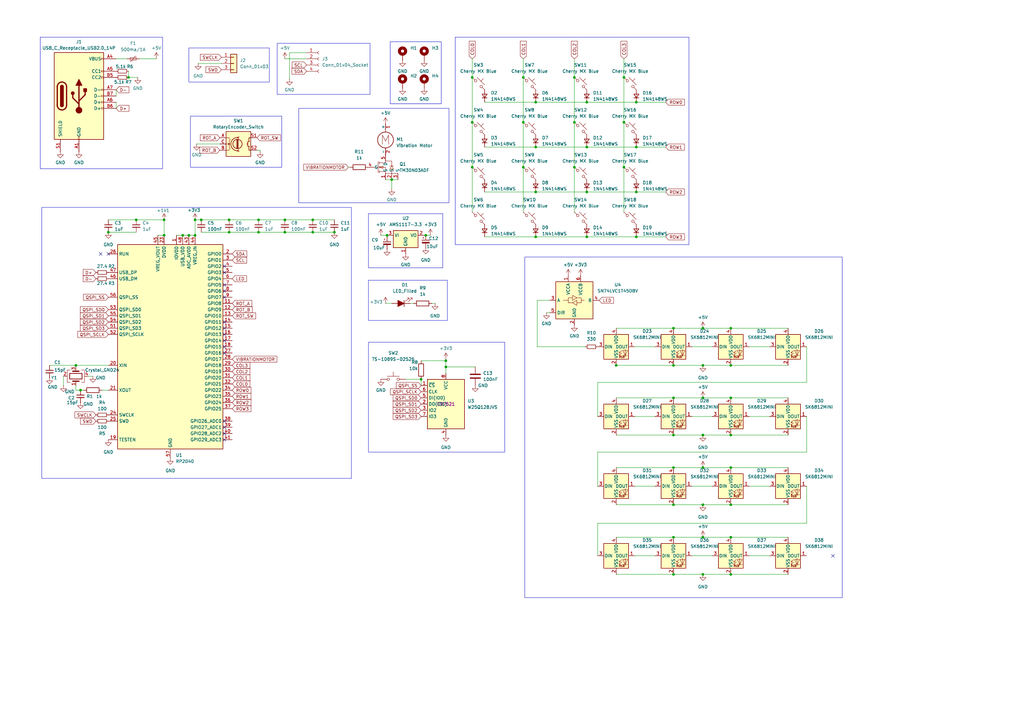
<source format=kicad_sch>
(kicad_sch (version 20250114) (generator "eeschema") (generator_version "9.0")
  (paper "A3")
  (rectangle (start 215.265 105.41) (end 345.44 245.11))
  (rectangle (start 17.145 85.09) (end 144.145 196.215))
  (rectangle (start 151.13 87.63) (end 181.61 109.855))
  (rectangle (start 16.51 15.24) (end 66.675 69.215))
  (rectangle (start 78.105 47.625) (end 115.57 68.58))
  (rectangle (start 122.555 44.45) (end 184.15 83.185))
  (rectangle (start 77.47 19.685) (end 110.49 33.655))
  (rectangle (start 186.69 15.24) (end 282.575 100.33))
  (rectangle (start 113.665 17.78) (end 151.765 38.735))
  (rectangle (start 151.13 140.335) (end 207.01 185.42))
  (rectangle (start 160.02 17.145) (end 180.975 42.545))
  (rectangle (start 151.13 114.935) (end 183.515 131.445))
  (text "3" (at 212.9808 412.6193 0) (effects (font (size 1.27 1.27))))
  (junction (at 288.29 163.195))
  (junction (at 67.31 96.52))
  (junction (at 33.02 160.02))
  (junction (at 193.675 50.165))
  (junction (at 276.225 191.77))
  (junction (at 299.72 134.62))
  (junction (at 80.01 96.52))
  (junction (at 182.88 147.955))
  (junction (at 288.29 149.86))
  (junction (at 82.55 90.17))
  (junction (at 276.225 220.345))
  (junction (at 240.665 41.91))
  (junction (at 240.665 78.74))
  (junction (at 106.045 95.25))
  (junction (at 299.72 235.585))
  (junction (at 260.985 60.325))
  (junction (at 276.225 149.86))
  (junction (at 240.665 60.325))
  (junction (at 55.88 90.17))
  (junction (at 240.665 97.155))
  (junction (at 276.225 134.62))
  (junction (at 182.88 150.495))
  (junction (at 44.45 95.25))
  (junction (at 214.63 31.75))
  (junction (at 93.98 95.25))
  (junction (at 288.29 207.01))
  (junction (at 288.29 134.62))
  (junction (at 31.115 149.86))
  (junction (at 299.72 220.345))
  (junction (at 219.71 41.91))
  (junction (at 299.72 191.77))
  (junction (at 219.71 97.155))
  (junction (at 235.585 68.58))
  (junction (at 276.225 178.435))
  (junction (at 299.72 149.86))
  (junction (at 235.585 50.165))
  (junction (at 235.585 31.75))
  (junction (at 255.905 31.75))
  (junction (at 193.675 68.58))
  (junction (at 80.01 90.17))
  (junction (at 77.47 96.52))
  (junction (at 288.29 191.77))
  (junction (at 276.225 163.195))
  (junction (at 219.71 60.325))
  (junction (at 252.73 149.86))
  (junction (at 174.625 96.52))
  (junction (at 276.225 235.585))
  (junction (at 260.985 97.155))
  (junction (at 158.75 96.52))
  (junction (at 93.98 90.17))
  (junction (at 52.705 31.75))
  (junction (at 67.31 90.17))
  (junction (at 288.29 235.585))
  (junction (at 116.84 90.17))
  (junction (at 219.71 78.74))
  (junction (at 288.29 178.435))
  (junction (at 276.225 207.01))
  (junction (at 172.72 155.575))
  (junction (at 260.985 78.74))
  (junction (at 116.84 95.25))
  (junction (at 214.63 50.165))
  (junction (at 74.93 96.52))
  (junction (at 160.655 73.66))
  (junction (at 260.985 41.91))
  (junction (at 214.63 68.58))
  (junction (at 299.72 207.01))
  (junction (at 106.045 90.17))
  (junction (at 255.905 50.165))
  (junction (at 128.27 95.25))
  (junction (at 193.675 31.75))
  (junction (at 128.27 90.17))
  (junction (at 299.72 178.435))
  (junction (at 255.905 68.58))
  (junction (at 288.29 220.345))
  (junction (at 137.16 95.25))
  (junction (at 299.72 163.195))
  (no_connect (at 92.075 139.7))
  (no_connect (at 92.075 109.22))
  (no_connect (at 92.075 172.72))
  (no_connect (at 92.075 142.24))
  (no_connect (at 92.075 132.08))
  (no_connect (at 44.45 104.14))
  (no_connect (at 92.075 121.92))
  (no_connect (at 92.075 119.38))
  (no_connect (at 92.075 175.26))
  (no_connect (at 92.075 111.76))
  (no_connect (at 92.075 116.84))
  (no_connect (at 92.075 180.34))
  (no_connect (at 92.075 144.78))
  (no_connect (at 41.275 104.14))
  (no_connect (at 92.075 137.16))
  (no_connect (at 92.075 134.62))
  (no_connect (at 92.075 177.8))
  (no_connect (at 341.63 227.965))
  (wire (pts (xy 128.27 95.25) (xy 137.16 95.25)))
  (wire (pts (xy 93.98 90.17) (xy 106.045 90.17)))
  (wire (pts (xy 252.095 149.86) (xy 252.73 149.86)))
  (wire (pts (xy 67.31 90.17) (xy 67.31 96.52)))
  (wire (pts (xy 169.545 124.46) (xy 168.275 124.46)))
  (wire (pts (xy 299.72 220.345) (xy 323.215 220.345)))
  (wire (pts (xy 330.835 142.24) (xy 330.835 156.845)))
  (wire (pts (xy 260.35 170.815) (xy 268.605 170.815)))
  (wire (pts (xy 128.27 90.17) (xy 137.16 90.17)))
  (wire (pts (xy 260.985 41.91) (xy 273.05 41.91)))
  (wire (pts (xy 182.88 150.495) (xy 182.88 153.035)))
  (wire (pts (xy 220.345 123.19) (xy 220.345 142.24)))
  (wire (pts (xy 276.225 235.585) (xy 288.29 235.585)))
  (wire (pts (xy 240.665 97.155) (xy 260.985 97.155)))
  (wire (pts (xy 198.755 60.325) (xy 219.71 60.325)))
  (wire (pts (xy 288.29 178.435) (xy 299.72 178.435)))
  (wire (pts (xy 315.595 142.24) (xy 307.34 142.24)))
  (wire (pts (xy 283.845 142.24) (xy 292.1 142.24)))
  (wire (pts (xy 72.39 96.52) (xy 74.93 96.52)))
  (wire (pts (xy 182.88 147.32) (xy 182.88 147.955)))
  (wire (pts (xy 276.225 163.195) (xy 288.29 163.195)))
  (wire (pts (xy 151.13 68.58) (xy 150.495 68.58)))
  (wire (pts (xy 276.225 178.435) (xy 288.29 178.435)))
  (wire (pts (xy 288.29 207.01) (xy 299.72 207.01)))
  (wire (pts (xy 219.71 97.155) (xy 240.665 97.155)))
  (wire (pts (xy 240.665 60.325) (xy 260.985 60.325)))
  (wire (pts (xy 41.91 160.02) (xy 44.45 160.02)))
  (wire (pts (xy 260.35 227.965) (xy 268.605 227.965)))
  (wire (pts (xy 299.72 191.77) (xy 323.215 191.77)))
  (wire (pts (xy 106.045 90.17) (xy 116.84 90.17)))
  (wire (pts (xy 74.93 96.52) (xy 77.47 96.52)))
  (wire (pts (xy 38.1 154.305) (xy 36.195 154.305)))
  (wire (pts (xy 172.72 147.955) (xy 182.88 147.955)))
  (wire (pts (xy 116.84 95.25) (xy 128.27 95.25)))
  (wire (pts (xy 31.115 149.86) (xy 44.45 149.86)))
  (wire (pts (xy 198.755 97.155) (xy 219.71 97.155)))
  (wire (pts (xy 299.72 163.195) (xy 323.215 163.195)))
  (wire (pts (xy 64.77 97.79) (xy 64.77 99.06)))
  (wire (pts (xy 288.29 134.62) (xy 299.72 134.62)))
  (wire (pts (xy 193.675 31.75) (xy 193.675 50.165)))
  (wire (pts (xy 260.985 60.325) (xy 273.05 60.325)))
  (wire (pts (xy 283.845 199.39) (xy 292.1 199.39)))
  (wire (pts (xy 158.115 73.66) (xy 160.655 73.66)))
  (wire (pts (xy 33.02 160.02) (xy 34.29 160.02)))
  (wire (pts (xy 245.11 214.63) (xy 245.11 227.965)))
  (wire (pts (xy 174.625 96.52) (xy 173.99 96.52)))
  (wire (pts (xy 235.585 68.58) (xy 235.585 86.995)))
  (wire (pts (xy 219.71 60.325) (xy 240.665 60.325)))
  (wire (pts (xy 252.73 134.62) (xy 276.225 134.62)))
  (wire (pts (xy 276.225 149.86) (xy 288.29 149.86)))
  (wire (pts (xy 235.585 31.75) (xy 235.585 50.165)))
  (wire (pts (xy 31.115 158.115) (xy 31.115 160.02)))
  (wire (pts (xy 116.84 24.13) (xy 125.73 24.13)))
  (wire (pts (xy 288.29 163.195) (xy 299.72 163.195)))
  (wire (pts (xy 81.28 26.035) (xy 90.805 26.035)))
  (wire (pts (xy 44.45 95.25) (xy 55.88 95.25)))
  (wire (pts (xy 143.51 68.58) (xy 142.875 68.58)))
  (wire (pts (xy 118.745 21.59) (xy 125.73 21.59)))
  (wire (pts (xy 276.225 207.01) (xy 288.29 207.01)))
  (wire (pts (xy 64.77 96.52) (xy 67.31 96.52)))
  (wire (pts (xy 160.655 77.47) (xy 160.655 73.66)))
  (wire (pts (xy 315.595 227.965) (xy 307.34 227.965)))
  (wire (pts (xy 44.45 90.17) (xy 55.88 90.17)))
  (wire (pts (xy 299.72 235.585) (xy 323.215 235.585)))
  (wire (pts (xy 252.73 235.585) (xy 276.225 235.585)))
  (wire (pts (xy 82.55 95.25) (xy 93.98 95.25)))
  (wire (pts (xy 80.645 59.055) (xy 90.17 59.055)))
  (wire (pts (xy 330.835 214.63) (xy 245.11 214.63)))
  (wire (pts (xy 299.72 149.86) (xy 323.215 149.86)))
  (wire (pts (xy 193.675 24.13) (xy 193.675 31.75)))
  (wire (pts (xy 260.35 142.24) (xy 268.605 142.24)))
  (wire (pts (xy 214.63 50.165) (xy 214.63 68.58)))
  (wire (pts (xy 283.845 227.965) (xy 292.1 227.965)))
  (wire (pts (xy 176.53 96.52) (xy 174.625 96.52)))
  (wire (pts (xy 283.845 170.815) (xy 292.1 170.815)))
  (wire (pts (xy 118.745 32.385) (xy 118.745 21.59)))
  (wire (pts (xy 106.045 95.25) (xy 116.84 95.25)))
  (wire (pts (xy 330.835 170.815) (xy 330.835 185.42)))
  (wire (pts (xy 52.705 29.21) (xy 52.705 31.75)))
  (wire (pts (xy 80.01 90.17) (xy 82.55 90.17)))
  (wire (pts (xy 214.63 68.58) (xy 214.63 86.995)))
  (wire (pts (xy 214.63 24.13) (xy 214.63 31.75)))
  (wire (pts (xy 225.425 123.19) (xy 220.345 123.19)))
  (wire (pts (xy 245.11 156.845) (xy 245.11 170.815)))
  (wire (pts (xy 158.75 97.155) (xy 158.75 96.52)))
  (wire (pts (xy 255.905 24.13) (xy 255.905 31.75)))
  (wire (pts (xy 31.115 150.495) (xy 31.115 149.86)))
  (wire (pts (xy 93.98 95.25) (xy 106.045 95.25)))
  (wire (pts (xy 219.71 78.74) (xy 240.665 78.74)))
  (wire (pts (xy 245.11 185.42) (xy 245.11 199.39)))
  (wire (pts (xy 240.665 78.74) (xy 260.985 78.74)))
  (wire (pts (xy 166.37 155.575) (xy 172.72 155.575)))
  (wire (pts (xy 288.29 235.585) (xy 299.72 235.585)))
  (wire (pts (xy 255.905 68.58) (xy 255.905 86.995)))
  (wire (pts (xy 156.21 96.52) (xy 158.75 96.52)))
  (wire (pts (xy 252.73 220.345) (xy 276.225 220.345)))
  (wire (pts (xy 315.595 199.39) (xy 307.34 199.39)))
  (wire (pts (xy 55.88 90.17) (xy 67.31 90.17)))
  (wire (pts (xy 82.55 90.17) (xy 93.98 90.17)))
  (wire (pts (xy 235.585 24.13) (xy 235.585 31.75)))
  (wire (pts (xy 80.01 90.17) (xy 80.01 96.52)))
  (wire (pts (xy 252.73 191.77) (xy 276.225 191.77)))
  (wire (pts (xy 172.72 155.575) (xy 172.72 158.115)))
  (wire (pts (xy 252.73 163.195) (xy 276.225 163.195)))
  (wire (pts (xy 47.625 41.91) (xy 47.625 44.45)))
  (wire (pts (xy 276.225 134.62) (xy 288.29 134.62)))
  (wire (pts (xy 64.135 24.13) (xy 57.15 24.13)))
  (wire (pts (xy 182.88 150.495) (xy 194.945 150.495)))
  (wire (pts (xy 299.72 207.01) (xy 323.215 207.01)))
  (wire (pts (xy 193.675 50.165) (xy 193.675 68.58)))
  (wire (pts (xy 255.905 31.75) (xy 255.905 50.165)))
  (wire (pts (xy 220.345 142.24) (xy 240.03 142.24)))
  (wire (pts (xy 193.675 68.58) (xy 193.675 86.995)))
  (wire (pts (xy 116.84 90.17) (xy 128.27 90.17)))
  (wire (pts (xy 288.29 149.86) (xy 299.72 149.86)))
  (wire (pts (xy 224.155 128.27) (xy 225.425 128.27)))
  (wire (pts (xy 330.835 199.39) (xy 330.835 214.63)))
  (wire (pts (xy 198.755 78.74) (xy 219.71 78.74)))
  (wire (pts (xy 315.595 170.815) (xy 307.34 170.815)))
  (wire (pts (xy 52.705 31.75) (xy 56.515 31.75)))
  (wire (pts (xy 255.905 50.165) (xy 255.905 68.58)))
  (wire (pts (xy 299.72 178.435) (xy 323.215 178.435)))
  (wire (pts (xy 182.88 147.955) (xy 182.88 150.495)))
  (wire (pts (xy 198.755 41.91) (xy 219.71 41.91)))
  (wire (pts (xy 47.625 36.83) (xy 47.625 39.37)))
  (wire (pts (xy 260.35 199.39) (xy 268.605 199.39)))
  (wire (pts (xy 252.73 178.435) (xy 276.225 178.435)))
  (wire (pts (xy 47.625 24.13) (xy 52.07 24.13)))
  (wire (pts (xy 276.225 191.77) (xy 288.29 191.77)))
  (wire (pts (xy 288.29 220.345) (xy 299.72 220.345)))
  (wire (pts (xy 276.225 220.345) (xy 288.29 220.345)))
  (wire (pts (xy 31.115 160.02) (xy 33.02 160.02)))
  (wire (pts (xy 214.63 31.75) (xy 214.63 50.165)))
  (wire (pts (xy 260.985 78.74) (xy 273.05 78.74)))
  (wire (pts (xy 158.115 124.46) (xy 160.655 124.46)))
  (wire (pts (xy 106.68 61.595) (xy 105.41 61.595)))
  (wire (pts (xy 330.835 185.42) (xy 245.11 185.42)))
  (wire (pts (xy 20.32 149.86) (xy 31.115 149.86)))
  (wire (pts (xy 77.47 96.52) (xy 80.01 96.52)))
  (wire (pts (xy 240.665 41.91) (xy 260.985 41.91)))
  (wire (pts (xy 219.71 41.91) (xy 240.665 41.91)))
  (wire (pts (xy 260.985 97.155) (xy 273.05 97.155)))
  (wire (pts (xy 235.585 50.165) (xy 235.585 68.58)))
  (wire (pts (xy 106.68 62.23) (xy 106.68 61.595)))
  (wire (pts (xy 330.835 156.845) (xy 245.11 156.845)))
  (wire (pts (xy 299.72 134.62) (xy 323.215 134.62)))
  (wire (pts (xy 252.73 149.86) (xy 276.225 149.86)))
  (wire (pts (xy 288.29 191.77) (xy 299.72 191.77)))
  (wire (pts (xy 252.73 207.01) (xy 276.225 207.01)))
  (wire (pts (xy 160.655 73.66) (xy 163.195 73.66)))
  (wire (pts (xy 177.165 124.46) (xy 178.435 124.46)))
  (wire (pts (xy 26.035 154.305) (xy 26.035 158.115)))
  (global_label "ROT_A" (shape input) (at 90.17 56.515 180) (property "Intersheetrefs" "${INTERSHEET_REFS}" (effects (hide yes))))
  (global_label "SWD" (shape input) (at 39.37 172.72 180) (property "Intersheetrefs" "${INTERSHEET_REFS}" (effects (hide yes))))
  (global_label "COL2" (shape input) (at 95.25 152.4 0) (property "Intersheetrefs" "${INTERSHEET_REFS}" (effects (hide yes))))
  (global_label "QSPI_SCLK" (shape input) (at 172.72 160.655 180) (property "Intersheetrefs" "${INTERSHEET_REFS}" (effects (hide yes))))
  (global_label "SCL" (shape input) (at 95.25 106.68 0) (property "Intersheetrefs" "${INTERSHEET_REFS}" (effects (hide yes))))
  (global_label "COL3" (shape input) (at 255.905 24.13 90) (property "Intersheetrefs" "${INTERSHEET_REFS}" (effects (hide yes))))
  (global_label "QSPI_SS" (shape input) (at 172.72 158.115 180) (property "Intersheetrefs" "${INTERSHEET_REFS}" (effects (hide yes))))
  (global_label "COL1" (shape input) (at 214.63 24.13 90) (property "Intersheetrefs" "${INTERSHEET_REFS}" (effects (hide yes))))
  (global_label "QSPI_SD1" (shape input) (at 44.45 129.54 180) (property "Intersheetrefs" "${INTERSHEET_REFS}" (effects (hide yes))))
  (global_label "D-" (shape input) (at 39.37 114.3 180) (property "Intersheetrefs" "${INTERSHEET_REFS}" (effects (hide yes))))
  (global_label "QSPI_SCLK" (shape input) (at 44.45 137.16 180) (property "Intersheetrefs" "${INTERSHEET_REFS}" (effects (hide yes))))
  (global_label "LED" (shape input) (at 245.745 123.19 0) (property "Intersheetrefs" "${INTERSHEET_REFS}" (effects (hide yes))))
  (global_label "VIBRATIONMOTOR" (shape input) (at 142.875 68.58 180) (property "Intersheetrefs" "${INTERSHEET_REFS}" (effects (hide yes))))
  (global_label "ROT_A" (shape input) (at 95.25 124.46 0) (property "Intersheetrefs" "${INTERSHEET_REFS}" (effects (hide yes))))
  (global_label "ROT_B" (shape input) (at 90.17 61.595 180) (property "Intersheetrefs" "${INTERSHEET_REFS}" (effects (hide yes))))
  (global_label "COL3" (shape input) (at 95.25 149.86 0) (property "Intersheetrefs" "${INTERSHEET_REFS}" (effects (hide yes))))
  (global_label "COL0" (shape input) (at 193.675 24.13 90) (property "Intersheetrefs" "${INTERSHEET_REFS}" (effects (hide yes))))
  (global_label "ROW1" (shape input) (at 95.25 162.56 0) (property "Intersheetrefs" "${INTERSHEET_REFS}" (effects (hide yes))))
  (global_label "ROW2" (shape input) (at 95.25 165.1 0) (property "Intersheetrefs" "${INTERSHEET_REFS}" (effects (hide yes))))
  (global_label "QSPI_SD3" (shape input) (at 44.45 134.62 180) (property "Intersheetrefs" "${INTERSHEET_REFS}" (effects (hide yes))))
  (global_label "QSPI_SD1" (shape input) (at 172.72 165.735 180) (property "Intersheetrefs" "${INTERSHEET_REFS}" (effects (hide yes))))
  (global_label "SWD" (shape input) (at 90.805 28.575 180) (property "Intersheetrefs" "${INTERSHEET_REFS}" (effects (hide yes))))
  (global_label "SDA" (shape input) (at 125.73 29.21 180) (property "Intersheetrefs" "${INTERSHEET_REFS}" (effects (hide yes))))
  (global_label "SWCLK" (shape input) (at 90.805 23.495 180) (property "Intersheetrefs" "${INTERSHEET_REFS}" (effects (hide yes))))
  (global_label "SCL" (shape input) (at 125.73 26.67 180) (property "Intersheetrefs" "${INTERSHEET_REFS}" (effects (hide yes))))
  (global_label "ROW0" (shape input) (at 95.25 160.02 0) (property "Intersheetrefs" "${INTERSHEET_REFS}" (effects (hide yes))))
  (global_label "ROW0" (shape input) (at 273.05 41.91 0) (property "Intersheetrefs" "${INTERSHEET_REFS}" (effects (hide yes))))
  (global_label "QSPI_SD0" (shape input) (at 172.72 163.195 180) (property "Intersheetrefs" "${INTERSHEET_REFS}" (effects (hide yes))))
  (global_label "D-" (shape input) (at 47.625 36.83 0) (property "Intersheetrefs" "${INTERSHEET_REFS}" (effects (hide yes))))
  (global_label "QSPI_SD2" (shape input) (at 172.72 168.275 180) (property "Intersheetrefs" "${INTERSHEET_REFS}" (effects (hide yes))))
  (global_label "ROW3" (shape input) (at 273.05 97.155 0) (property "Intersheetrefs" "${INTERSHEET_REFS}" (effects (hide yes))))
  (global_label "D+" (shape input) (at 39.37 111.76 180) (property "Intersheetrefs" "${INTERSHEET_REFS}" (effects (hide yes))))
  (global_label "LED" (shape input) (at 95.25 114.3 0) (property "Intersheetrefs" "${INTERSHEET_REFS}" (effects (hide yes))))
  (global_label "ROW3" (shape input) (at 95.25 167.64 0) (property "Intersheetrefs" "${INTERSHEET_REFS}" (effects (hide yes))))
  (global_label "ROT_SW" (shape input) (at 95.25 129.54 0) (property "Intersheetrefs" "${INTERSHEET_REFS}" (effects (hide yes))))
  (global_label "COL2" (shape input) (at 235.585 24.13 90) (property "Intersheetrefs" "${INTERSHEET_REFS}" (effects (hide yes))))
  (global_label "ROT_SW" (shape input) (at 105.41 56.515 0) (property "Intersheetrefs" "${INTERSHEET_REFS}" (effects (hide yes))))
  (global_label "D+" (shape input) (at 47.625 44.45 0) (property "Intersheetrefs" "${INTERSHEET_REFS}" (effects (hide yes))))
  (global_label "ROT_B" (shape input) (at 95.25 127 0) (property "Intersheetrefs" "${INTERSHEET_REFS}" (effects (hide yes))))
  (global_label "SDA" (shape input) (at 95.25 104.14 0) (property "Intersheetrefs" "${INTERSHEET_REFS}" (effects (hide yes))))
  (global_label "QSPI_SS" (shape input) (at 44.45 121.92 180) (property "Intersheetrefs" "${INTERSHEET_REFS}" (effects (hide yes))))
  (global_label "SWCLK" (shape input) (at 39.37 170.18 180) (property "Intersheetrefs" "${INTERSHEET_REFS}" (effects (hide yes))))
  (global_label "QSPI_SD0" (shape input) (at 44.45 127 180) (property "Intersheetrefs" "${INTERSHEET_REFS}" (effects (hide yes))))
  (global_label "COL1" (shape input) (at 95.25 154.94 0) (property "Intersheetrefs" "${INTERSHEET_REFS}" (effects (hide yes))))
  (global_label "VIBRATIONMOTOR" (shape input) (at 95.25 147.32 0) (property "Intersheetrefs" "${INTERSHEET_REFS}" (effects (hide yes))))
  (global_label "ROW2" (shape input) (at 273.05 78.74 0) (property "Intersheetrefs" "${INTERSHEET_REFS}" (effects (hide yes))))
  (global_label "COL0" (shape input) (at 95.25 157.48 0) (property "Intersheetrefs" "${INTERSHEET_REFS}" (effects (hide yes))))
  (global_label "QSPI_SD3" (shape input) (at 172.72 170.815 180) (property "Intersheetrefs" "${INTERSHEET_REFS}" (effects (hide yes))))
  (global_label "ROW1" (shape input) (at 273.05 60.325 0) (property "Intersheetrefs" "${INTERSHEET_REFS}" (effects (hide yes))))
  (global_label "QSPI_SD2" (shape input) (at 44.45 132.08 180) (property "Intersheetrefs" "${INTERSHEET_REFS}" (effects (hide yes))))
  (symbol (lib_id "power:GND") (at 80.645 59.055 0) (unit 1)
    (property "Reference" "#PWR09" (effects (hide yes)))
    (property "Value" "GND" (at 80.645 63.5 0))
    (property "Description" "Power symbol creates a global label with name \"GND\" , ground" (effects (hide yes)))
  )
  (symbol (lib_id "power:+3V3") (at 176.53 96.52 0) (unit 1)
    (property "Reference" "#PWR027" (effects (hide yes)))
    (property "Value" "+3V3" (at 176.53 92.075 0))
    (property "Description" "Power symbol creates a global label with name \"+3V3\"" (effects (hide yes)))
  )
  (symbol (lib_id "power:GND") (at 33.02 165.1 0) (unit 1)
    (property "Reference" "#PWR04" (effects (hide yes)))
    (property "Value" "GND" (at 36.195 165.735 0))
    (property "Description" "Power symbol creates a global label with name \"GND\" , ground" (effects (hide yes)))
  )
  (symbol (lib_id "Mechanical:MountingHole_Pad") (at 165.1 33.655 0) (unit 1) (in_bom no)
    (property "Reference" "H2" (at 168.275 31.1149 0) (effects (justify left)))
    (property "Value" "MountingHole_Pad" (effects (hide yes)))
    (property "Footprint" "MountingHole:MountingHole_2.2mm_M2_DIN965_Pad" (effects (hide yes)))
    (property "Description" "Mounting Hole with connection" (effects (hide yes)))
  )
  (symbol (lib_id "power:+5V") (at 156.21 96.52 0) (unit 1)
    (property "Reference" "#PWR020" (effects (hide yes)))
    (property "Value" "+5V" (at 156.21 92.075 0))
    (property "Description" "Power symbol creates a global label with name \"+5V\"" (effects (hide yes)))
  )
  (symbol (lib_id "Device:Crystal_GND24") (at 31.115 154.305 90) (unit 1)
    (property "Reference" "Y1" (at 22.225 154.94 90))
    (property "Value" "Crystal_GND24" (at 41.91 151.765 90))
    (property "Footprint" "Crystal:Crystal_SMD_3225-4Pin_3.2x2.5mm" (effects (hide yes)))
    (property "Description" "Four pin crystal, GND on pins 2 and 4" (effects (hide yes)))
    (property "LCSC Part" "C20625731" (effects (hide yes)))
  )
  (symbol (lib_id "power:+5V") (at 116.84 24.13 0) (unit 1)
    (property "Reference" "#PWR017" (effects (hide yes)))
    (property "Value" "+5V" (at 116.84 19.685 0))
    (property "Description" "Power symbol creates a global label with name \"+5V\"" (effects (hide yes)))
  )
  (symbol (lib_id "power:+5V") (at 158.115 50.8 0) (unit 1)
    (property "Reference" "#PWR041" (effects (hide yes)))
    (property "Value" "+5V" (at 158.115 46.355 0))
    (property "Description" "Power symbol creates a global label with name \"+5V\"" (effects (hide yes)))
  )
  (symbol (lib_id "power:+5V") (at 288.29 191.77 0) (unit 1)
    (property "Reference" "#PWR045" (effects (hide yes)))
    (property "Value" "+5V" (at 288.29 187.325 0))
    (property "Description" "Power symbol creates a global label with name \"+5V\"" (effects (hide yes)))
  )
  (symbol (lib_id "power:+3V3") (at 80.01 90.17 0) (unit 1)
    (property "Reference" "#PWR015" (effects (hide yes)))
    (property "Value" "+3V3" (at 79.5315 86.2005 0))
    (property "Description" "Power symbol creates a global label with name \"+3V3\"" (effects (hide yes)))
  )
  (symbol (lib_id "LED:SK6812MINI") (at 252.73 199.39 0) (unit 1)
    (property "Reference" "D31" (at 265.43 192.9698 0))
    (property "Value" "SK6812MINI" (at 265.43 195.5098 0))
    (property "Footprint" "cheyao macropad main PCB-third_party_neopixel.petty:SK6812MINI-E" (effects (hide yes)))
    (property "Datasheet" "https://cdn-shop.adafruit.com/product-files/2686/SK6812MINI_REV.01-1-2.pdf" (effects (hide yes)))
    (property "Description" "RGB LED with integrated controller" (effects (hide yes)))
  )
  (symbol (lib_id "power:GND") (at 288.29 149.86 0) (unit 1)
    (property "Reference" "#PWR040" (effects (hide yes)))
    (property "Value" "GND" (at 288.29 154.94 0))
    (property "Description" "Power symbol creates a global label with name \"GND\" , ground" (effects (hide yes)))
  )
  (symbol (lib_id "power:GND") (at 173.99 24.765 0) (unit 1)
    (property "Reference" "#PWR032" (effects (hide yes)))
    (property "Value" "GND" (at 173.99 29.21 0))
    (property "Description" "Power symbol creates a global label with name \"GND\" , ground" (effects (hide yes)))
  )
  (symbol (lib_id "power:GND") (at 156.21 155.575 0) (unit 1)
    (property "Reference" "#PWR019" (effects (hide yes)))
    (property "Value" "GND" (at 156.21 160.02 0))
    (property "Description" "Power symbol creates a global label with name \"GND\" , ground" (effects (hide yes)))
  )
  (symbol (lib_id "Switch:SW_Push_45deg") (at 238.125 89.535 0) (unit 1)
    (property "Reference" "SW14" (at 238.125 81.915 0))
    (property "Value" "Cherry MX Blue" (at 238.125 84.455 0))
    (property "Footprint" "PCM_Switch_Keyboard_Cherry_MX:SW_Cherry_MX_PCB_1.00u" (effects (hide yes)))
    (property "Description" "Push button switch, normally open, two pins, 45° tilted" (effects (hide yes)))
  )
  (symbol (lib_id "LED:SK6812MINI") (at 323.215 142.24 0) (unit 1)
    (property "Reference" "D26" (at 335.915 135.8198 0))
    (property "Value" "SK6812MINI" (at 335.915 138.3598 0))
    (property "Footprint" "cheyao macropad main PCB-third_party_neopixel.petty:SK6812MINI-E" (effects (hide yes)))
    (property "Datasheet" "https://cdn-shop.adafruit.com/product-files/2686/SK6812MINI_REV.01-1-2.pdf" (effects (hide yes)))
    (property "Description" "RGB LED with integrated controller" (effects (hide yes)))
  )
  (symbol (lib_id "power:GND") (at 26.035 158.115 0) (unit 1)
    (property "Reference" "#PWR02" (effects (hide yes)))
    (property "Value" "GND" (at 28.575 160.655 0))
    (property "Description" "Power symbol creates a global label with name \"GND\" , ground" (effects (hide yes)))
  )
  (symbol (lib_id "power:GND") (at 24.765 62.23 0) (unit 1)
    (property "Reference" "#PWR03" (effects (hide yes)))
    (property "Value" "GND" (at 24.765 66.675 0))
    (property "Description" "Power symbol creates a global label with name \"GND\" , ground" (effects (hide yes)))
  )
  (symbol (lib_id "LED:SK6812MINI") (at 299.72 199.39 0) (unit 1)
    (property "Reference" "D33" (at 312.42 192.9698 0))
    (property "Value" "SK6812MINI" (at 312.42 195.5098 0))
    (property "Footprint" "cheyao macropad main PCB-third_party_neopixel.petty:SK6812MINI-E" (effects (hide yes)))
    (property "Datasheet" "https://cdn-shop.adafruit.com/product-files/2686/SK6812MINI_REV.01-1-2.pdf" (effects (hide yes)))
    (property "Description" "RGB LED with integrated controller" (effects (hide yes)))
  )
  (symbol (lib_id "power:GND") (at 182.88 178.435 0) (unit 1)
    (property "Reference" "#PWR026" (effects (hide yes)))
    (property "Value" "GND" (at 182.88 183.515 0))
    (property "Description" "Power symbol creates a global label with name \"GND\" , ground" (effects (hide yes)))
  )
  (symbol (lib_id "Switch:SW_Push_45deg") (at 258.445 52.705 0) (unit 1)
    (property "Reference" "SW16" (at 258.445 45.085 0))
    (property "Value" "Cherry MX Blue" (at 258.445 47.625 0))
    (property "Footprint" "PCM_Switch_Keyboard_Cherry_MX:SW_Cherry_MX_PCB_1.00u" (effects (hide yes)))
    (property "Description" "Push button switch, normally open, two pins, 45° tilted" (effects (hide yes)))
  )
  (symbol (lib_id "Mechanical:MountingHole_Pad") (at 165.1 22.225 0) (unit 1) (in_bom no)
    (property "Reference" "H1" (at 168.275 19.6849 0) (effects (justify left)))
    (property "Value" "MountingHole_Pad" (effects (hide yes)))
    (property "Footprint" "MountingHole:MountingHole_2.2mm_M2_DIN965_Pad" (effects (hide yes)))
    (property "Description" "Mounting Hole with connection" (effects (hide yes)))
  )
  (symbol (lib_id "power:GND") (at 288.29 207.01 0) (unit 1)
    (property "Reference" "#PWR046" (effects (hide yes)))
    (property "Value" "GND" (at 288.29 212.09 0))
    (property "Description" "Power symbol creates a global label with name \"GND\" , ground" (effects (hide yes)))
  )
  (symbol (lib_id "Switch:SW_Push_45deg") (at 217.17 34.29 0) (unit 1)
    (property "Reference" "SW7" (at 217.17 26.67 0))
    (property "Value" "Cherry MX Blue" (at 217.17 29.21 0))
    (property "Footprint" "PCM_Switch_Keyboard_Cherry_MX:SW_Cherry_MX_PCB_1.00u" (effects (hide yes)))
    (property "Description" "Push button switch, normally open, two pins, 45° tilted" (effects (hide yes)))
  )
  (symbol (lib_id "Device:D_Small") (at 219.71 76.2 90) (unit 1)
    (property "Reference" "D8" (at 222.25 74.9299 90) (effects (justify right)))
    (property "Value" "1N4148WS" (at 222.25 77.4699 90) (effects (justify right)))
    (property "Footprint" "Diode_SMD:D_SOD-323F" (effects (hide yes)))
    (property "Description" "Diode, small symbol" (effects (hide yes)))
    (property "Sim.Device" "D" (effects (hide yes)))
    (property "Sim.Pins" "1=K 2=A" (effects (hide yes)))
    (property "LCSC Part" "C917117" (effects (hide yes)))
  )
  (symbol (lib_id "LED:SK6812MINI") (at 252.73 170.815 0) (unit 1)
    (property "Reference" "D27" (at 265.43 164.3948 0))
    (property "Value" "SK6812MINI" (at 265.43 166.9348 0))
    (property "Footprint" "cheyao macropad main PCB-third_party_neopixel.petty:SK6812MINI-E" (effects (hide yes)))
    (property "Datasheet" "https://cdn-shop.adafruit.com/product-files/2686/SK6812MINI_REV.01-1-2.pdf" (effects (hide yes)))
    (property "Description" "RGB LED with integrated controller" (effects (hide yes)))
  )
  (symbol (lib_id "power:GND") (at 235.585 133.35 0) (unit 1)
    (property "Reference" "#PWR037" (effects (hide yes)))
    (property "Value" "GND" (at 235.585 137.795 0))
    (property "Description" "Power symbol creates a global label with name \"GND\" , ground" (effects (hide yes)))
  )
  (symbol (lib_id "power:GND") (at 158.75 102.235 0) (unit 1)
    (property "Reference" "#PWR021" (effects (hide yes)))
    (property "Value" "GND" (effects (hide yes)))
    (property "Description" "Power symbol creates a global label with name \"GND\" , ground" (effects (hide yes)))
  )
  (symbol (lib_id "Switch:SW_Push_45deg") (at 258.445 34.29 0) (unit 1)
    (property "Reference" "SW15" (at 258.445 26.67 0))
    (property "Value" "Cherry MX Blue" (at 258.445 29.21 0))
    (property "Footprint" "PCM_Switch_Keyboard_Cherry_MX:SW_Cherry_MX_PCB_1.00u" (effects (hide yes)))
    (property "Description" "Push button switch, normally open, two pins, 45° tilted" (effects (hide yes)))
  )
  (symbol (lib_id "Device:R_Small") (at 50.165 31.75 90) (unit 1)
    (property "Reference" "R7" (at 52.705 33.655 90))
    (property "Value" "5.1k" (at 48.895 33.655 90))
    (property "Footprint" "Resistor_SMD:R_0603_1608Metric_Pad0.98x0.95mm_HandSolder" (effects (hide yes)))
    (property "Description" "Resistor, small symbol" (effects (hide yes)))
    (property "LCSC Part" "C23186" (effects (hide yes)))
  )
  (symbol (lib_id "Device:R_Small") (at 41.91 114.3 90) (unit 1)
    (property "Reference" "R3" (at 45.72 116.205 90))
    (property "Value" "27.4" (at 41.91 116.205 90))
    (property "Footprint" "Resistor_SMD:R_0603_1608Metric" (effects (hide yes)))
    (property "Description" "Resistor, small symbol" (effects (hide yes)))
    (property "LCSC Part" "C5126244" (effects (hide yes)))
  )
  (symbol (lib_id "Switch:SW_Push_45deg") (at 258.445 71.12 0) (unit 1)
    (property "Reference" "SW17" (at 258.445 63.5 0))
    (property "Value" "Cherry MX Blue" (at 258.445 66.04 0))
    (property "Footprint" "PCM_Switch_Keyboard_Cherry_MX:SW_Cherry_MX_PCB_1.00u" (effects (hide yes)))
    (property "Description" "Push button switch, normally open, two pins, 45° tilted" (effects (hide yes)))
  )
  (symbol (lib_id "Connector:USB_C_Receptacle_USB2.0_14P") (at 32.385 39.37 0) (unit 1)
    (property "Reference" "J1" (at 32.385 17.145 0))
    (property "Value" "USB_C_Receptacle_USB2.0_14P" (at 32.385 19.685 0))
    (property "Footprint" "Connector_USB:USB_C_Receptacle_G-Switch_GT-USB-7010ASV" (effects (hide yes)))
    (property "Datasheet" "https://www.usb.org/sites/default/files/documents/usb_type-c.zip" (effects (hide yes)))
    (property "Description" "USB 2.0-only 14P Type-C Receptacle connector" (effects (hide yes)))
    (property "LCSC Part" "C2988369" (effects (hide yes)))
  )
  (symbol (lib_id "Mechanical:MountingHole_Pad") (at 173.99 33.655 0) (unit 1) (in_bom no)
    (property "Reference" "H4" (at 177.165 31.1149 0) (effects (justify left)))
    (property "Value" "MountingHole_Pad" (effects (hide yes)))
    (property "Footprint" "MountingHole:MountingHole_2.2mm_M2_DIN965_Pad" (effects (hide yes)))
    (property "Description" "Mounting Hole with connection" (effects (hide yes)))
  )
  (symbol (lib_id "power:GND") (at 174.625 101.6 0) (unit 1)
    (property "Reference" "#PWR024" (effects (hide yes)))
    (property "Value" "GND" (at 174.625 106.68 0))
    (property "Description" "Power symbol creates a global label with name \"GND\" , ground" (effects (hide yes)))
  )
  (symbol (lib_id "power:GND") (at 44.45 180.34 0) (unit 1)
    (property "Reference" "#PWR08" (effects (hide yes)))
    (property "Value" "GND" (at 44.45 185.42 0))
    (property "Description" "Power symbol creates a global label with name \"GND\" , ground" (effects (hide yes)))
  )
  (symbol (lib_id "Device:C_Small") (at 55.88 92.71 0) (unit 1)
    (property "Reference" "C4" (at 58.42 91.4462 0) (effects (justify left)))
    (property "Value" "1uF" (at 58.42 93.98 0) (effects (justify left)))
    (property "Footprint" "Capacitor_SMD:C_0402_1005Metric" (effects (hide yes)))
    (property "Description" "Unpolarized capacitor, small symbol" (effects (hide yes)))
    (property "LCSC Part" "C52923" (effects (hide yes)))
  )
  (symbol (lib_id "power:GND") (at 165.1 24.765 0) (unit 1)
    (property "Reference" "#PWR028" (effects (hide yes)))
    (property "Value" "GND" (at 165.1 29.21 0))
    (property "Description" "Power symbol creates a global label with name \"GND\" , ground" (effects (hide yes)))
  )
  (symbol (lib_id "LED:SK6812MINI") (at 276.225 142.24 0) (unit 1)
    (property "Reference" "D24" (at 288.925 135.8198 0))
    (property "Value" "SK6812MINI" (at 288.925 138.3598 0))
    (property "Footprint" "cheyao macropad main PCB-third_party_neopixel.petty:SK6812MINI-E" (effects (hide yes)))
    (property "Datasheet" "https://cdn-shop.adafruit.com/product-files/2686/SK6812MINI_REV.01-1-2.pdf" (effects (hide yes)))
    (property "Description" "RGB LED with integrated controller" (effects (hide yes)))
  )
  (symbol (lib_id "Regulator_Linear:AMS1117-3.3") (at 166.37 96.52 0) (unit 1)
    (property "Reference" "U2" (at 166.37 89.535 0))
    (property "Value" "AMS1117-3.3" (at 166.37 92.075 0))
    (property "Footprint" "Package_TO_SOT_SMD:SOT-223-3_TabPin2" (effects (hide yes)))
    (property "Datasheet" "http://www.advanced-monolithic.com/pdf/ds1117.pdf" (effects (hide yes)))
    (property "Description" "1A Low Dropout regulator, positive, 3.3V fixed output, SOT-223" (effects (hide yes)))
    (property "LCSC Part" "C6186" (effects (hide yes)))
  )
  (symbol (lib_id "Device:D_Small") (at 219.71 39.37 90) (unit 1)
    (property "Reference" "D6" (at 222.25 38.0999 90) (effects (justify right)))
    (property "Value" "1N4148WS" (at 222.25 40.6399 90) (effects (justify right)))
    (property "Footprint" "Diode_SMD:D_SOD-323F" (effects (hide yes)))
    (property "Description" "Diode, small symbol" (effects (hide yes)))
    (property "Sim.Device" "D" (effects (hide yes)))
    (property "Sim.Pins" "1=K 2=A" (effects (hide yes)))
    (property "LCSC Part" "C917117" (effects (hide yes)))
  )
  (symbol (lib_id "Switch:SW_Push_45deg") (at 196.215 52.705 0) (unit 1)
    (property "Reference" "SW4" (at 196.215 45.085 0))
    (property "Value" "Cherry MX Blue" (at 196.215 47.625 0))
    (property "Footprint" "PCM_Switch_Keyboard_Cherry_MX:SW_Cherry_MX_PCB_1.00u" (effects (hide yes)))
    (property "Description" "Push button switch, normally open, two pins, 45° tilted" (effects (hide yes)))
  )
  (symbol (lib_id "Switch:SW_Push_45deg") (at 196.215 34.29 0) (unit 1)
    (property "Reference" "SW3" (at 196.215 26.67 0))
    (property "Value" "Cherry MX Blue" (at 196.215 29.21 0))
    (property "Footprint" "PCM_Switch_Keyboard_Cherry_MX:SW_Cherry_MX_PCB_1.00u" (effects (hide yes)))
    (property "Description" "Push button switch, normally open, two pins, 45° tilted" (effects (hide yes)))
  )
  (symbol (lib_id "LED:SK6812MINI") (at 299.72 170.815 0) (unit 1)
    (property "Reference" "D29" (at 312.42 164.3948 0))
    (property "Value" "SK6812MINI" (at 312.42 166.9348 0))
    (property "Footprint" "cheyao macropad main PCB-third_party_neopixel.petty:SK6812MINI-E" (effects (hide yes)))
    (property "Datasheet" "https://cdn-shop.adafruit.com/product-files/2686/SK6812MINI_REV.01-1-2.pdf" (effects (hide yes)))
    (property "Description" "RGB LED with integrated controller" (effects (hide yes)))
  )
  (symbol (lib_id "Device:D_Small") (at 240.665 76.2 90) (unit 1)
    (property "Reference" "D13" (at 243.205 74.9299 90) (effects (justify right)))
    (property "Value" "1N4148WS" (at 243.205 77.4699 90) (effects (justify right)))
    (property "Footprint" "Diode_SMD:D_SOD-323F" (effects (hide yes)))
    (property "Description" "Diode, small symbol" (effects (hide yes)))
    (property "Sim.Device" "D" (effects (hide yes)))
    (property "Sim.Pins" "1=K 2=A" (effects (hide yes)))
    (property "LCSC Part" "C917117" (effects (hide yes)))
  )
  (symbol (lib_id "easyeda2kicad:TM30N03ADF") (at 158.115 68.58 0) (unit 1)
    (property "Reference" "Q1" (at 163.83 67.3099 0) (effects (justify left)))
    (property "Value" "TM30N03ADF" (at 163.83 69.8499 0) (effects (justify left)))
    (property "Footprint" "easyeda2kicad:WDFN-5_L3.3-W3.3-P0.65-BL" (effects (hide yes)))
    (property "LCSC Part" "C7422839" (effects (hide yes)))
  )
  (symbol (lib_id "Device:C_Small") (at 44.45 92.71 0) (unit 1)
    (property "Reference" "C3" (at 46.99 91.4462 0) (effects (justify left)))
    (property "Value" "1uF" (at 46.99 93.98 0) (effects (justify left)))
    (property "Footprint" "Capacitor_SMD:C_0402_1005Metric" (effects (hide yes)))
    (property "Description" "Unpolarized capacitor, small symbol" (effects (hide yes)))
    (property "LCSC Part" "C52923" (effects (hide yes)))
  )
  (symbol (lib_id "Connector_Generic:Conn_01x03") (at 95.885 26.035 0) (unit 1)
    (property "Reference" "J2" (at 98.425 24.7649 0) (effects (justify left)))
    (property "Value" "Conn_01x03" (at 98.425 27.3049 0) (effects (justify left)))
    (property "Footprint" "Connector_JST:JST_SH_BM03B-SRSS-TB_1x03-1MP_P1.00mm_Vertical" (effects (hide yes)))
    (property "Description" "Generic connector, single row, 01x03, script generated (kicad-library-utils/schlib/autogen/connector/)" (effects (hide yes)))
    (property "LCSC Part" "C160389" (effects (hide yes)))
  )
  (symbol (lib_id "Switch:SW_Push") (at 161.29 155.575 0) (unit 1)
    (property "Reference" "SW2" (at 161.29 144.78 0))
    (property "Value" "TS-1089S-02526" (at 161.29 147.32 0))
    (property "Footprint" "easyeda2kicad:SW-SMD_4P-L4.2-W3.3-P2.15-LS5.1" (effects (hide yes)))
    (property "Description" "Push button switch, generic, two pins" (effects (hide yes)))
    (property "LCSC Part" "C455282" (effects (hide yes)))
  )
  (symbol (lib_id "power:GND") (at 38.1 154.305 0) (unit 1)
    (property "Reference" "#PWR06" (effects (hide yes)))
    (property "Value" "GND" (at 41.275 154.94 0))
    (property "Description" "Power symbol creates a global label with name \"GND\" , ground" (effects (hide yes)))
  )
  (symbol (lib_id "Device:R") (at 38.1 160.02 90) (unit 1)
    (property "Reference" "R1" (at 36.83 162.56 90))
    (property "Value" "1k" (at 40.64 162.56 90))
    (property "Footprint" "Resistor_SMD:R_0402_1005Metric" (effects (hide yes)))
    (property "Description" "Resistor" (effects (hide yes)))
    (property "LCSC Part" "C11702" (effects (hide yes)))
  )
  (symbol (lib_id "Device:R_Small") (at 41.91 172.72 270) (mirror x) (unit 1)
    (property "Reference" "R5" (at 41.91 177.8 90))
    (property "Value" "100" (at 41.91 175.26 90))
    (property "Footprint" "Resistor_SMD:R_0603_1608Metric_Pad0.98x0.95mm_HandSolder" (effects (hide yes)))
    (property "Description" "Resistor, small symbol" (effects (hide yes)))
    (property "LCSC Part" " C7250" (effects (hide yes)))
  )
  (symbol (lib_id "Connector:Conn_01x04_Socket") (at 130.81 24.13 0) (unit 1)
    (property "Reference" "J3" (at 132.08 24.1299 0) (effects (justify left)))
    (property "Value" "Conn_01x04_Socket" (at 132.08 26.6699 0) (effects (justify left)))
    (property "Footprint" "easyeda2kicad:OLED-TH_L38.0-W12.0_HS91L02W2C01" (effects (hide yes)))
    (property "Description" "Generic connector, single row, 01x04, script generated" (effects (hide yes)))
    (property "LCSC Part" "C5248081" (effects (hide yes)))
  )
  (symbol (lib_id "Switch:SW_Push_45deg") (at 258.445 89.535 0) (unit 1)
    (property "Reference" "SW18" (at 258.445 81.915 0))
    (property "Value" "Cherry MX Blue" (at 258.445 84.455 0))
    (property "Footprint" "PCM_Switch_Keyboard_Cherry_MX:SW_Cherry_MX_PCB_1.00u" (effects (hide yes)))
    (property "Description" "Push button switch, normally open, two pins, 45° tilted" (effects (hide yes)))
  )
  (symbol (lib_id "Switch:SW_Push_45deg") (at 217.17 89.535 0) (unit 1)
    (property "Reference" "SW10" (at 217.17 81.915 0))
    (property "Value" "Cherry MX Blue" (at 217.17 84.455 0))
    (property "Footprint" "PCM_Switch_Keyboard_Cherry_MX:SW_Cherry_MX_PCB_1.00u" (effects (hide yes)))
    (property "Description" "Push button switch, normally open, two pins, 45° tilted" (effects (hide yes)))
  )
  (symbol (lib_id "power:GND") (at 288.29 235.585 0) (unit 1)
    (property "Reference" "#PWR048" (effects (hide yes)))
    (property "Value" "GND" (at 288.29 240.665 0))
    (property "Description" "Power symbol creates a global label with name \"GND\" , ground" (effects (hide yes)))
  )
  (symbol (lib_id "power:GND") (at 32.385 62.23 0) (unit 1)
    (property "Reference" "#PWR05" (effects (hide yes)))
    (property "Value" "GND" (at 32.385 66.675 0))
    (property "Description" "Power symbol creates a global label with name \"GND\" , ground" (effects (hide yes)))
  )
  (symbol (lib_id "Switch:SW_Push_45deg") (at 238.125 52.705 0) (unit 1)
    (property "Reference" "SW12" (at 238.125 45.085 0))
    (property "Value" "Cherry MX Blue" (at 238.125 47.625 0))
    (property "Footprint" "PCM_Switch_Keyboard_Cherry_MX:SW_Cherry_MX_PCB_1.00u" (effects (hide yes)))
    (property "Description" "Push button switch, normally open, two pins, 45° tilted" (effects (hide yes)))
  )
  (symbol (lib_id "power:GND") (at 178.435 124.46 0) (unit 1)
    (property "Reference" "#PWR034" (effects (hide yes)))
    (property "Value" "GND" (at 178.435 129.54 0))
    (property "Description" "Power symbol creates a global label with name \"GND\" , ground" (effects (hide yes)))
  )
  (symbol (lib_id "Device:C_Small") (at 137.16 92.71 0) (unit 1)
    (property "Reference" "C11" (at 139.7 91.4462 0) (effects (justify left)))
    (property "Value" "1uF" (at 139.7 93.98 0) (effects (justify left)))
    (property "Footprint" "Capacitor_SMD:C_0402_1005Metric" (effects (hide yes)))
    (property "Description" "Unpolarized capacitor, small symbol" (effects (hide yes)))
    (property "LCSC Part" "C52923" (effects (hide yes)))
  )
  (symbol (lib_id "Device:C_Small") (at 106.045 92.71 0) (unit 1)
    (property "Reference" "C7" (at 108.585 91.4462 0) (effects (justify left)))
    (property "Value" "1uF" (at 108.585 93.98 0) (effects (justify left)))
    (property "Footprint" "Capacitor_SMD:C_0402_1005Metric" (effects (hide yes)))
    (property "Description" "Unpolarized capacitor, small symbol" (effects (hide yes)))
    (property "LCSC Part" "C52923" (effects (hide yes)))
  )
  (symbol (lib_id "Device:C_Small") (at 33.02 162.56 0) (unit 1)
    (property "Reference" "C2" (at 27.94 163.195 0) (effects (justify left)))
    (property "Value" "15pF" (at 27.305 165.1 0) (effects (justify left)))
    (property "Footprint" "Capacitor_SMD:C_0402_1005Metric" (effects (hide yes)))
    (property "Description" "Unpolarized capacitor, small symbol" (effects (hide yes)))
    (property "LCSC Part" "C1548" (effects (hide yes)))
  )
  (symbol (lib_id "power:GND") (at 288.29 178.435 0) (unit 1)
    (property "Reference" "#PWR044" (effects (hide yes)))
    (property "Value" "GND" (at 288.29 183.515 0))
    (property "Description" "Power symbol creates a global label with name \"GND\" , ground" (effects (hide yes)))
  )
  (symbol (lib_id "power:GND") (at 69.85 187.96 0) (unit 1)
    (property "Reference" "#PWR013" (effects (hide yes)))
    (property "Value" "GND" (at 69.85 193.04 0))
    (property "Description" "Power symbol creates a global label with name \"GND\" , ground" (effects (hide yes)))
  )
  (symbol (lib_id "power:GND") (at 194.945 158.115 0) (unit 1)
    (property "Reference" "#PWR030" (effects (hide yes)))
    (property "Value" "GND" (at 198.12 158.115 0))
    (property "Description" "Power symbol creates a global label with name \"GND\" , ground" (effects (hide yes)))
  )
  (symbol (lib_id "LED:SK6812MINI") (at 276.225 199.39 0) (unit 1)
    (property "Reference" "D32" (at 288.925 192.9698 0))
    (property "Value" "SK6812MINI" (at 288.925 195.5098 0))
    (property "Footprint" "cheyao macropad main PCB-third_party_neopixel.petty:SK6812MINI-E" (effects (hide yes)))
    (property "Datasheet" "https://cdn-shop.adafruit.com/product-files/2686/SK6812MINI_REV.01-1-2.pdf" (effects (hide yes)))
    (property "Description" "RGB LED with integrated controller" (effects (hide yes)))
  )
  (symbol (lib_id "LED:SK6812MINI") (at 276.225 170.815 0) (unit 1)
    (property "Reference" "D28" (at 288.925 164.3948 0))
    (property "Value" "SK6812MINI" (at 288.925 166.9348 0))
    (property "Footprint" "cheyao macropad main PCB-third_party_neopixel.petty:SK6812MINI-E" (effects (hide yes)))
    (property "Datasheet" "https://cdn-shop.adafruit.com/product-files/2686/SK6812MINI_REV.01-1-2.pdf" (effects (hide yes)))
    (property "Description" "RGB LED with integrated controller" (effects (hide yes)))
  )
  (symbol (lib_id "Mechanical:MountingHole_Pad") (at 173.99 22.225 0) (unit 1) (in_bom no)
    (property "Reference" "H3" (at 177.165 19.6849 0) (effects (justify left)))
    (property "Value" "MountingHole_Pad" (effects (hide yes)))
    (property "Footprint" "MountingHole:MountingHole_2.2mm_M2_DIN965_Pad" (effects (hide yes)))
    (property "Description" "Mounting Hole with connection" (effects (hide yes)))
  )
  (symbol (lib_id "Device:R") (at 147.32 68.58 90) (unit 1)
    (property "Reference" "R11" (at 147.32 62.23 90))
    (property "Value" "1k" (at 147.32 64.77 90))
    (property "Footprint" "Resistor_SMD:R_0402_1005Metric" (effects (hide yes)))
    (property "Description" "Resistor" (effects (hide yes)))
    (property "LCSC Part" "C11702" (effects (hide yes)))
  )
  (symbol (lib_id "Device:D_Small") (at 240.665 94.615 90) (unit 1)
    (property "Reference" "D14" (at 243.205 93.3449 90) (effects (justify right)))
    (property "Value" "1N4148WS" (at 243.205 95.8849 90) (effects (justify right)))
    (property "Footprint" "Diode_SMD:D_SOD-323F" (effects (hide yes)))
    (property "Description" "Diode, small symbol" (effects (hide yes)))
    (property "Sim.Device" "D" (effects (hide yes)))
    (property "Sim.Pins" "1=K 2=A" (effects (hide yes)))
    (property "LCSC Part" "C917117" (effects (hide yes)))
  )
  (symbol (lib_id "Motor:Motor_DC") (at 158.115 55.88 0) (unit 1)
    (property "Reference" "M1" (at 162.56 57.1499 0) (effects (justify left)))
    (property "Value" "Vibration Motor" (at 162.56 59.6899 0) (effects (justify left)))
    (property "Footprint" "Connector_PinHeader_2.54mm:PinHeader_1x02_P2.54mm_Vertical" (effects (hide yes)))
    (property "Description" "DC Motor" (effects (hide yes)))
  )
  (symbol (lib_id "Device:R_Small") (at 50.165 29.21 90) (unit 1)
    (property "Reference" "R6" (at 53.34 27.305 90))
    (property "Value" "5.1k" (at 49.53 27.305 90))
    (property "Footprint" "Resistor_SMD:R_0603_1608Metric_Pad0.98x0.95mm_HandSolder" (effects (hide yes)))
    (property "Description" "Resistor, small symbol" (effects (hide yes)))
    (property "LCSC Part" "C23186" (effects (hide yes)))
  )
  (symbol (lib_id "power:+3V3") (at 158.115 124.46 0) (unit 1)
    (property "Reference" "#PWR031" (effects (hide yes)))
    (property "Value" "+3V3" (at 154.305 123.825 0))
    (property "Description" "Power symbol creates a global label with name \"+3V3\"" (effects (hide yes)))
  )
  (symbol (lib_id "Switch:SW_Push_45deg") (at 217.17 52.705 0) (unit 1)
    (property "Reference" "SW8" (at 217.17 45.085 0))
    (property "Value" "Cherry MX Blue" (at 217.17 47.625 0))
    (property "Footprint" "PCM_Switch_Keyboard_Cherry_MX:SW_Cherry_MX_PCB_1.00u" (effects (hide yes)))
    (property "Description" "Push button switch, normally open, two pins, 45° tilted" (effects (hide yes)))
  )
  (symbol (lib_id "power:+3V3") (at 182.88 147.32 0) (unit 1)
    (property "Reference" "#PWR025" (effects (hide yes)))
    (property "Value" "+3V3" (at 182.88 142.875 0))
    (property "Description" "Power symbol creates a global label with name \"+3V3\"" (effects (hide yes)))
  )
  (symbol (lib_id "power:GND") (at 20.32 154.94 0) (unit 1)
    (property "Reference" "#PWR01" (effects (hide yes)))
    (property "Value" "GND" (at 21.59 158.75 0))
    (property "Description" "Power symbol creates a global label with name \"GND\" , ground" (effects (hide yes)))
  )
  (symbol (lib_id "LED:SK6812MINI") (at 323.215 199.39 0) (unit 1)
    (property "Reference" "D34" (at 335.915 192.9698 0))
    (property "Value" "SK6812MINI" (at 335.915 195.5098 0))
    (property "Footprint" "cheyao macropad main PCB-third_party_neopixel.petty:SK6812MINI-E" (effects (hide yes)))
    (property "Datasheet" "https://cdn-shop.adafruit.com/product-files/2686/SK6812MINI_REV.01-1-2.pdf" (effects (hide yes)))
    (property "Description" "RGB LED with integrated controller" (effects (hide yes)))
  )
  (symbol (lib_id "power:+5V") (at 288.29 220.345 0) (unit 1)
    (property "Reference" "#PWR047" (effects (hide yes)))
    (property "Value" "+5V" (at 288.29 215.9 0))
    (property "Description" "Power symbol creates a global label with name \"+5V\"" (effects (hide yes)))
  )
  (symbol (lib_id "Switch:SW_Push_45deg") (at 196.215 71.12 0) (unit 1)
    (property "Reference" "SW5" (at 196.215 63.5 0))
    (property "Value" "Cherry MX Blue" (at 196.215 66.04 0))
    (property "Footprint" "PCM_Switch_Keyboard_Cherry_MX:SW_Cherry_MX_PCB_1.00u" (effects (hide yes)))
    (property "Description" "Push button switch, normally open, two pins, 45° tilted" (effects (hide yes)))
  )
  (symbol (lib_id "Device:C_Small") (at 93.98 92.71 0) (unit 1)
    (property "Reference" "C6" (at 96.52 91.4462 0) (effects (justify left)))
    (property "Value" "100nF" (at 96.52 93.9862 0) (effects (justify left)))
    (property "Footprint" "Capacitor_SMD:C_0402_1005Metric" (effects (hide yes)))
    (property "Description" "Unpolarized capacitor, small symbol" (effects (hide yes)))
    (property "LCSC Part" "C1525" (effects (hide yes)))
  )
  (symbol (lib_id "Switch:SW_Push_45deg") (at 238.125 71.12 0) (unit 1)
    (property "Reference" "SW13" (at 238.125 63.5 0))
    (property "Value" "Cherry MX Blue" (at 238.125 66.04 0))
    (property "Footprint" "PCM_Switch_Keyboard_Cherry_MX:SW_Cherry_MX_PCB_1.00u" (effects (hide yes)))
    (property "Description" "Push button switch, normally open, two pins, 45° tilted" (effects (hide yes)))
  )
  (symbol (lib_id "Device:D_Small") (at 260.985 39.37 90) (unit 1)
    (property "Reference" "D16" (at 263.525 38.0999 90) (effects (justify right)))
    (property "Value" "1N4148WS" (at 263.525 40.6399 90) (effects (justify right)))
    (property "Footprint" "Diode_SMD:D_SOD-323F" (effects (hide yes)))
    (property "Description" "Diode, small symbol" (effects (hide yes)))
    (property "Sim.Device" "D" (effects (hide yes)))
    (property "Sim.Pins" "1=K 2=A" (effects (hide yes)))
    (property "LCSC Part" "C917117" (effects (hide yes)))
  )
  (symbol (lib_id "power:+1V1") (at 67.31 90.17 0) (unit 1)
    (property "Reference" "#PWR012" (effects (hide yes)))
    (property "Value" "+1V1" (at 66.9147 86.3242 0))
    (property "Description" "Power symbol creates a global label with name \"+1V1\"" (effects (hide yes)))
  )
  (symbol (lib_id "Device:C") (at 194.945 154.305 0) (unit 1)
    (property "Reference" "C13" (at 198.12 153.035 0) (effects (justify left)))
    (property "Value" "100nF" (at 198.12 155.575 0) (effects (justify left)))
    (property "Footprint" "Capacitor_SMD:C_0402_1005Metric" (effects (hide yes)))
    (property "Description" "Unpolarized capacitor" (effects (hide yes)))
    (property "LCSC Part" "C1525" (effects (hide yes)))
  )
  (symbol (lib_id "power:GND") (at 160.655 77.47 0) (unit 1)
    (property "Reference" "#PWR042" (effects (hide yes)))
    (property "Value" "GND" (at 160.655 81.915 0))
    (property "Description" "Power symbol creates a global label with name \"GND\" , ground" (effects (hide yes)))
  )
  (symbol (lib_id "Device:R") (at 172.72 151.765 0) (mirror y) (unit 1)
    (property "Reference" "R8" (at 171.45 148.5899 0) (effects (justify left)))
    (property "Value" "10k" (at 171.45 151.1299 0) (effects (justify left)))
    (property "Footprint" "Resistor_SMD:R_0805_2012Metric" (effects (hide yes)))
    (property "Description" "Resistor" (effects (hide yes)))
    (property "LCSC Part" " C17414" (effects (hide yes)))
  )
  (symbol (lib_id "Device:D_Small") (at 198.755 94.615 90) (unit 1)
    (property "Reference" "D5" (at 201.295 93.3449 90) (effects (justify right)))
    (property "Value" "1N4148WS" (at 201.295 95.8849 90) (effects (justify right)))
    (property "Footprint" "Diode_SMD:D_SOD-323F" (effects (hide yes)))
    (property "Description" "Diode, small symbol" (effects (hide yes)))
    (property "Sim.Device" "D" (effects (hide yes)))
    (property "Sim.Pins" "1=K 2=A" (effects (hide yes)))
    (property "LCSC Part" "C917117" (effects (hide yes)))
  )
  (symbol (lib_id "Device:R") (at 173.355 124.46 90) (unit 1)
    (property "Reference" "R9" (at 173.355 118.11 90))
    (property "Value" "1k" (at 173.355 120.65 90))
    (property "Footprint" "Resistor_SMD:R_0402_1005Metric" (effects (hide yes)))
    (property "Description" "Resistor" (effects (hide yes)))
    (property "LCSC Part" "C11702" (effects (hide yes)))
  )
  (symbol (lib_id "Device:C_Small") (at 82.55 92.71 0) (unit 1)
    (property "Reference" "C5" (at 85.09 91.44 0) (effects (justify left)))
    (property "Value" "100nF" (at 85.09 93.9862 0) (effects (justify left)))
    (property "Footprint" "Capacitor_SMD:C_0402_1005Metric" (effects (hide yes)))
    (property "Description" "Unpolarized capacitor, small symbol" (effects (hide yes)))
    (property "LCSC Part" "C1525" (effects (hide yes)))
  )
  (symbol (lib_id "Device:D_Small") (at 260.985 57.785 90) (unit 1)
    (property "Reference" "D17" (at 263.525 56.5149 90) (effects (justify right)))
    (property "Value" "1N4148WS" (at 263.525 59.0549 90) (effects (justify right)))
    (property "Footprint" "Diode_SMD:D_SOD-323F" (effects (hide yes)))
    (property "Description" "Diode, small symbol" (effects (hide yes)))
    (property "Sim.Device" "D" (effects (hide yes)))
    (property "Sim.Pins" "1=K 2=A" (effects (hide yes)))
    (property "LCSC Part" "C917117" (effects (hide yes)))
  )
  (symbol (lib_id "power:GND") (at 173.99 36.195 0) (unit 1)
    (property "Reference" "#PWR033" (effects (hide yes)))
    (property "Value" "GND" (at 173.99 40.64 0))
    (property "Description" "Power symbol creates a global label with name \"GND\" , ground" (effects (hide yes)))
  )
  (symbol (lib_id "power:GND") (at 166.37 104.14 0) (unit 1)
    (property "Reference" "#PWR022" (effects (hide yes)))
    (property "Value" "GND" (at 166.37 108.585 0))
    (property "Description" "Power symbol creates a global label with name \"GND\" , ground" (effects (hide yes)))
  )
  (symbol (lib_id "power:+5V") (at 288.29 163.195 0) (unit 1)
    (property "Reference" "#PWR043" (effects (hide yes)))
    (property "Value" "+5V" (at 288.29 158.75 0))
    (property "Description" "Power symbol creates a global label with name \"+5V\"" (effects (hide yes)))
  )
  (symbol (lib_id "Device:D_Small") (at 219.71 94.615 90) (unit 1)
    (property "Reference" "D9" (at 222.25 93.3449 90) (effects (justify right)))
    (property "Value" "1N4148WS" (at 222.25 95.8849 90) (effects (justify right)))
    (property "Footprint" "Diode_SMD:D_SOD-323F" (effects (hide yes)))
    (property "Description" "Diode, small symbol" (effects (hide yes)))
    (property "Sim.Device" "D" (effects (hide yes)))
    (property "Sim.Pins" "1=K 2=A" (effects (hide yes)))
    (property "LCSC Part" "C917117" (effects (hide yes)))
  )
  (symbol (lib_id "Device:C_Small") (at 116.84 92.71 0) (unit 1)
    (property "Reference" "C8" (at 119.38 91.4462 0) (effects (justify left)))
    (property "Value" "100nF" (at 119.38 93.9862 0) (effects (justify left)))
    (property "Footprint" "Capacitor_SMD:C_0402_1005Metric" (effects (hide yes)))
    (property "Description" "Unpolarized capacitor, small symbol" (effects (hide yes)))
    (property "LCSC Part" "C1525" (effects (hide yes)))
  )
  (symbol (lib_id "power:GND") (at 56.515 31.75 0) (unit 1)
    (property "Reference" "#PWR010" (effects (hide yes)))
    (property "Value" "GND" (at 56.515 36.195 0))
    (property "Description" "Power symbol creates a global label with name \"GND\" , ground" (effects (hide yes)))
  )
  (symbol (lib_id "Device:D_Small") (at 198.755 76.2 90) (unit 1)
    (property "Reference" "D4" (at 201.295 74.9299 90) (effects (justify right)))
    (property "Value" "1N4148WS" (at 201.295 77.4699 90) (effects (justify right)))
    (property "Footprint" "Diode_SMD:D_SOD-323F" (effects (hide yes)))
    (property "Description" "Diode, small symbol" (effects (hide yes)))
    (property "Sim.Device" "D" (effects (hide yes)))
    (property "Sim.Pins" "1=K 2=A" (effects (hide yes)))
    (property "LCSC Part" "C917117" (effects (hide yes)))
  )
  (symbol (lib_id "Device:C_Small") (at 20.32 152.4 0) (unit 1)
    (property "Reference" "C1" (at 22.225 148.59 0) (effects (justify left)))
    (property "Value" "15pF" (at 22.225 151.765 0) (effects (justify left)))
    (property "Footprint" "Capacitor_SMD:C_0402_1005Metric" (effects (hide yes)))
    (property "Description" "Unpolarized capacitor, small symbol" (effects (hide yes)))
    (property "LCSC Part" "C1548" (effects (hide yes)))
  )
  (symbol (lib_id "Device:C_Polarized_Small") (at 158.75 99.695 0) (unit 1)
    (property "Reference" "C9" (at 152.4 98.425 0) (effects (justify left)))
    (property "Value" "10uF" (at 153.035 101.6 0) (effects (justify left)))
    (property "Footprint" "Capacitor_SMD:C_1206_3216Metric" (effects (hide yes)))
    (property "Description" "Polarized capacitor, small symbol" (effects (hide yes)))
    (property "LCSC Part" "C7171" (effects (hide yes)))
  )
  (symbol (lib_id "Switch:SW_Push_45deg") (at 217.17 71.12 0) (unit 1)
    (property "Reference" "SW9" (at 217.17 63.5 0))
    (property "Value" "Cherry MX Blue" (at 217.17 66.04 0))
    (property "Footprint" "PCM_Switch_Keyboard_Cherry_MX:SW_Cherry_MX_PCB_1.00u" (effects (hide yes)))
    (property "Description" "Push button switch, normally open, two pins, 45° tilted" (effects (hide yes)))
  )
  (symbol (lib_id "MCU_RaspberryPi:RP2040") (at 69.85 142.24 0) (unit 1)
    (property "Reference" "U1" (at 72.0441 186.69 0) (effects (justify left)))
    (property "Value" "RP2040" (at 72.0441 189.23 0) (effects (justify left)))
    (property "Footprint" "Package_DFN_QFN:QFN-56-1EP_7x7mm_P0.4mm_EP3.2x3.2mm" (effects (hide yes)))
    (property "Datasheet" "https://datasheets.raspberrypi.com/rp2040/rp2040-datasheet.pdf" (effects (hide yes)))
    (property "Description" "A microcontroller by Raspberry Pi" (effects (hide yes)))
    (property "LCSC Part" " C2040" (effects (hide yes)))
  )
  (symbol (lib_id "LED:SK6812MINI") (at 299.72 142.24 0) (unit 1)
    (property "Reference" "D25" (at 312.42 135.8198 0))
    (property "Value" "SK6812MINI" (at 312.42 138.3598 0))
    (property "Footprint" "cheyao macropad main PCB-third_party_neopixel.petty:SK6812MINI-E" (effects (hide yes)))
    (property "Datasheet" "https://cdn-shop.adafruit.com/product-files/2686/SK6812MINI_REV.01-1-2.pdf" (effects (hide yes)))
    (property "Description" "RGB LED with integrated controller" (effects (hide yes)))
  )
  (symbol (lib_id "Device:D_Small") (at 198.755 39.37 90) (unit 1)
    (property "Reference" "D2" (at 201.295 38.0999 90) (effects (justify right)))
    (property "Value" "1N4148WS" (at 201.295 40.6399 90) (effects (justify right)))
    (property "Footprint" "Diode_SMD:D_SOD-323F" (effects (hide yes)))
    (property "Description" "Diode, small symbol" (effects (hide yes)))
    (property "Sim.Device" "D" (effects (hide yes)))
    (property "Sim.Pins" "1=K 2=A" (effects (hide yes)))
    (property "LCSC Part" "C917117" (effects (hide yes)))
  )
  (symbol (lib_id "Device:D_Small") (at 240.665 39.37 90) (unit 1)
    (property "Reference" "D11" (at 243.205 38.0999 90) (effects (justify right)))
    (property "Value" "1N4148WS" (at 243.205 40.6399 90) (effects (justify right)))
    (property "Footprint" "Diode_SMD:D_SOD-323F" (effects (hide yes)))
    (property "Description" "Diode, small symbol" (effects (hide yes)))
    (property "Sim.Device" "D" (effects (hide yes)))
    (property "Sim.Pins" "1=K 2=A" (effects (hide yes)))
    (property "LCSC Part" "C917117" (effects (hide yes)))
  )
  (symbol (lib_id "power:GND") (at 81.28 26.035 0) (unit 1)
    (property "Reference" "#PWR016" (effects (hide yes)))
    (property "Value" "GND" (at 81.28 31.115 0))
    (property "Description" "Power symbol creates a global label with name \"GND\" , ground" (effects (hide yes)))
  )
  (symbol (lib_id "power:GND") (at 118.745 32.385 0) (unit 1)
    (property "Reference" "#PWR018" (effects (hide yes)))
    (property "Value" "GND" (at 118.745 36.83 0))
    (property "Description" "Power symbol creates a global label with name \"GND\" , ground" (effects (hide yes)))
  )
  (symbol (lib_id "power:GND") (at 106.68 62.23 0) (unit 1)
    (property "Reference" "#PWR014" (effects (hide yes)))
    (property "Value" "GND" (at 106.68 66.675 0))
    (property "Description" "Power symbol creates a global label with name \"GND\" , ground" (effects (hide yes)))
  )
  (symbol (lib_id "power:+3V3") (at 238.125 113.03 0) (unit 1)
    (property "Reference" "#PWR038" (effects (hide yes)))
    (property "Value" "+3V3" (at 238.125 108.585 0))
    (property "Description" "Power symbol creates a global label with name \"+3V3\"" (effects (hide yes)))
  )
  (symbol (lib_id "Device:R_Small") (at 41.91 170.18 90) (unit 1)
    (property "Reference" "R4" (at 41.91 165.1 90))
    (property "Value" "100" (at 41.91 167.64 90))
    (property "Footprint" "Resistor_SMD:R_0603_1608Metric_Pad0.98x0.95mm_HandSolder" (effects (hide yes)))
    (property "Description" "Resistor, small symbol" (effects (hide yes)))
    (property "LCSC Part" " C7250" (effects (hide yes)))
  )
  (symbol (lib_id "Switch:SW_Push_45deg") (at 196.215 89.535 0) (unit 1)
    (property "Reference" "SW6" (at 196.215 81.915 0))
    (property "Value" "Cherry MX Blue" (at 196.215 84.455 0))
    (property "Footprint" "PCM_Switch_Keyboard_Cherry_MX:SW_Cherry_MX_PCB_1.00u" (effects (hide yes)))
    (property "Description" "Push button switch, normally open, two pins, 45° tilted" (effects (hide yes)))
  )
  (symbol (lib_id "power:GND") (at 137.16 95.25 0) (unit 1)
    (property "Reference" "#PWR023" (effects (hide yes)))
    (property "Value" "GND" (at 137.16 100.33 0))
    (property "Description" "Power symbol creates a global label with name \"GND\" , ground" (effects (hide yes)))
  )
  (symbol (lib_id "power:+5V") (at 233.045 113.03 0) (unit 1)
    (property "Reference" "#PWR036" (effects (hide yes)))
    (property "Value" "+5V" (at 233.045 108.585 0))
    (property "Description" "Power symbol creates a global label with name \"+5V\"" (effects (hide yes)))
  )
  (symbol (lib_id "Device:D_Small") (at 240.665 57.785 90) (unit 1)
    (property "Reference" "D12" (at 243.205 56.5149 90) (effects (justify right)))
    (property "Value" "1N4148WS" (at 243.205 59.0549 90) (effects (justify right)))
    (property "Footprint" "Diode_SMD:D_SOD-323F" (effects (hide yes)))
    (property "Description" "Diode, small symbol" (effects (hide yes)))
    (property "Sim.Device" "D" (effects (hide yes)))
    (property "Sim.Pins" "1=K 2=A" (effects (hide yes)))
    (property "LCSC Part" "C917117" (effects (hide yes)))
  )
  (symbol (lib_id "power:+5V") (at 288.29 134.62 0) (unit 1)
    (property "Reference" "#PWR039" (effects (hide yes)))
    (property "Value" "+5V" (at 288.29 130.175 0))
    (property "Description" "Power symbol creates a global label with name \"+5V\"" (effects (hide yes)))
  )
  (symbol (lib_id "power:GND") (at 224.155 128.27 0) (unit 1)
    (property "Reference" "#PWR035" (effects (hide yes)))
    (property "Value" "GND" (at 224.155 132.715 0))
    (property "Description" "Power symbol creates a global label with name \"GND\" , ground" (effects (hide yes)))
  )
  (symbol (lib_id "Switch:SW_Push_45deg") (at 238.125 34.29 0) (unit 1)
    (property "Reference" "SW11" (at 238.125 26.67 0))
    (property "Value" "Cherry MX Blue" (at 238.125 29.21 0))
    (property "Footprint" "PCM_Switch_Keyboard_Cherry_MX:SW_Cherry_MX_PCB_1.00u" (effects (hide yes)))
    (property "Description" "Push button switch, normally open, two pins, 45° tilted" (effects (hide yes)))
  )
  (symbol (lib_id "Device:D_Small") (at 260.985 94.615 90) (unit 1)
    (property "Reference" "D19" (at 263.525 93.3449 90) (effects (justify right)))
    (property "Value" "1N4148WS" (at 263.525 95.8849 90) (effects (justify right)))
    (property "Footprint" "Diode_SMD:D_SOD-323F" (effects (hide yes)))
    (property "Description" "Diode, small symbol" (effects (hide yes)))
    (property "Sim.Device" "D" (effects (hide yes)))
    (property "Sim.Pins" "1=K 2=A" (effects (hide yes)))
    (property "LCSC Part" "C917117" (effects (hide yes)))
  )
  (symbol (lib_id "LED:SK6812MINI") (at 299.72 227.965 0) (unit 1)
    (property "Reference" "D37" (at 312.42 221.5448 0))
    (property "Value" "SK6812MINI" (at 312.42 224.0848 0))
    (property "Footprint" "cheyao macropad main PCB-third_party_neopixel.petty:SK6812MINI-E" (effects (hide yes)))
    (property "Datasheet" "https://cdn-shop.adafruit.com/product-files/2686/SK6812MINI_REV.01-1-2.pdf" (effects (hide yes)))
    (property "Description" "RGB LED with integrated controller" (effects (hide yes)))
  )
  (symbol (lib_id "LED:SK6812MINI") (at 252.73 227.965 0) (unit 1)
    (property "Reference" "D35" (at 265.43 221.5448 0))
    (property "Value" "SK6812MINI" (at 265.43 224.0848 0))
    (property "Footprint" "cheyao macropad main PCB-third_party_neopixel.petty:SK6812MINI-E" (effects (hide yes)))
    (property "Datasheet" "https://cdn-shop.adafruit.com/product-files/2686/SK6812MINI_REV.01-1-2.pdf" (effects (hide yes)))
    (property "Description" "RGB LED with integrated controller" (effects (hide yes)))
  )
  (symbol (lib_id "Device:C_Polarized_Small") (at 174.625 99.06 0) (unit 1)
    (property "Reference" "C12" (at 175.895 97.79 0) (effects (justify left)))
    (property "Value" "10uF" (at 174.879 101.092 0) (effects (justify left)))
    (property "Footprint" "Capacitor_SMD:C_1206_3216Metric" (effects (hide yes)))
    (property "Description" "Polarized capacitor, small symbol" (effects (hide yes)))
    (property "LCSC Part" "C7171" (effects (hide yes)))
  )
  (symbol (lib_id "Device:C_Small") (at 128.27 92.71 0) (unit 1)
    (property "Reference" "C10" (at 130.81 91.4462 0) (effects (justify left)))
    (property "Value" "1uF" (at 130.81 93.98 0) (effects (justify left)))
    (property "Footprint" "Capacitor_SMD:C_0402_1005Metric" (effects (hide yes)))
    (property "Description" "Unpolarized capacitor, small symbol" (effects (hide yes)))
    (property "LCSC Part" "C52923" (effects (hide yes)))
  )
  (symbol (lib_id "LED:SK6812MINI") (at 323.215 227.965 0) (unit 1)
    (property "Reference" "D38" (at 335.915 221.5448 0))
    (property "Value" "SK6812MINI" (at 335.915 224.0848 0))
    (property "Footprint" "cheyao macropad main PCB-third_party_neopixel.petty:SK6812MINI-E" (effects (hide yes)))
    (property "Datasheet" "https://cdn-shop.adafruit.com/product-files/2686/SK6812MINI_REV.01-1-2.pdf" (effects (hide yes)))
    (property "Description" "RGB LED with integrated controller" (effects (hide yes)))
  )
  (symbol (lib_id "Device:R_Small") (at 41.91 111.76 90) (unit 1)
    (property "Reference" "R2" (at 45.72 109.22 90))
    (property "Value" "27.4" (at 41.91 109.22 90))
    (property "Footprint" "Resistor_SMD:R_0603_1608Metric" (effects (hide yes)))
    (property "Description" "Resistor, small symbol" (effects (hide yes)))
    (property "LCSC Part" "C5126244" (effects (hide yes)))
  )
  (symbol (lib_id "LED:SK6812MINI") (at 276.225 227.965 0) (unit 1)
    (property "Reference" "D36" (at 288.925 221.5448 0))
    (property "Value" "SK6812MINI" (at 288.925 224.0848 0))
    (property "Footprint" "cheyao macropad main PCB-third_party_neopixel.petty:SK6812MINI-E" (effects (hide yes)))
    (property "Datasheet" "https://cdn-shop.adafruit.com/product-files/2686/SK6812MINI_REV.01-1-2.pdf" (effects (hide yes)))
    (property "Description" "RGB LED with integrated controller" (effects (hide yes)))
  )
  (symbol (lib_id "Device:R_Small") (at 242.57 142.24 90) (unit 1)
    (property "Reference" "R10" (at 242.57 136.525 90))
    (property "Value" "330" (at 242.57 139.065 90))
    (property "Footprint" "Resistor_SMD:R_0603_1608Metric_Pad0.98x0.95mm_HandSolder" (effects (hide yes)))
    (property "Description" "Resistor, small symbol" (effects (hide yes)))
    (property "LCSC Part" "C23138" (effects (hide yes)))
  )
  (symbol (lib_id "Device:D_Small") (at 260.985 76.2 90) (unit 1)
    (property "Reference" "D18" (at 263.525 74.9299 90) (effects (justify right)))
    (property "Value" "1N4148WS" (at 263.525 77.4699 90) (effects (justify right)))
    (property "Footprint" "Diode_SMD:D_SOD-323F" (effects (hide yes)))
    (property "Description" "Diode, small symbol" (effects (hide yes)))
    (property "Sim.Device" "D" (effects (hide yes)))
    (property "Sim.Pins" "1=K 2=A" (effects (hide yes)))
    (property "LCSC Part" "C917117" (effects (hide yes)))
  )
  (symbol (lib_id "LED:SK6812MINI") (at 323.215 170.815 0) (unit 1)
    (property "Reference" "D30" (at 335.915 164.3948 0))
    (property "Value" "SK6812MINI" (at 335.915 166.9348 0))
    (property "Footprint" "cheyao macropad main PCB-third_party_neopixel.petty:SK6812MINI-E" (effects (hide yes)))
    (property "Datasheet" "https://cdn-shop.adafruit.com/product-files/2686/SK6812MINI_REV.01-1-2.pdf" (effects (hide yes)))
    (property "Description" "RGB LED with integrated controller" (effects (hide yes)))
  )
  (symbol (lib_id "Device:D_Small") (at 198.755 57.785 90) (unit 1)
    (property "Reference" "D3" (at 201.295 56.5149 90) (effects (justify right)))
    (property "Value" "1N4148WS" (at 201.295 59.0549 90) (effects (justify right)))
    (property "Footprint" "Diode_SMD:D_SOD-323F" (effects (hide yes)))
    (property "Description" "Diode, small symbol" (effects (hide yes)))
    (property "Sim.Device" "D" (effects (hide yes)))
    (property "Sim.Pins" "1=K 2=A" (effects (hide yes)))
    (property "LCSC Part" "C917117" (effects (hide yes)))
  )
  (symbol (lib_id "Memory_Flash:W25Q128JVS") (at 182.88 165.735 0) (unit 1)
    (property "Reference" "U3" (at 191.77 164.4649 0) (effects (justify left)))
    (property "Value" "W25Q128JVS" (at 191.77 167.0049 0) (effects (justify left)))
    (property "Footprint" "Package_SO:SOIC-8_5.23x5.23mm_P1.27mm" (effects (hide yes)))
    (property "Datasheet" "https://www.winbond.com/resource-files/w25q128jv_dtr%20revc%2003272018%20plus.pdf" (effects (hide yes)))
    (property "Description" "128Mb Serial Flash Memory, Standard/Dual/Quad SPI, SOIC-8" (effects (hide yes)))
    (property "LCSC Part" "C97521" (at 182.88 165.735 0))
  )
  (symbol (lib_id "Device:RotaryEncoder_Switch") (at 97.79 59.055 0) (unit 1)
    (property "Reference" "SW1" (at 97.79 49.53 0))
    (property "Value" "RotaryEncoder_Switch" (at 97.79 52.07 0))
    (property "Footprint" "easyeda2kicad:SW-TH_EC11XXXXXXXX" (effects (hide yes)))
    (property "Description" "Rotary encoder, dual channel, incremental quadrate outputs, with switch" (effects (hide yes)))
    (property "LCSC Part" "C470742" (effects (hide yes)))
  )
  (symbol (lib_id "Logic_LevelTranslator:SN74LVC1T45DBV") (at 235.585 123.19 0) (unit 1)
    (property "Reference" "U4" (at 253.365 116.7698 0))
    (property "Value" "SN74LVC1T45DBV" (at 253.365 119.3098 0))
    (property "Footprint" "Package_TO_SOT_SMD:SOT-23-6" (effects (hide yes)))
    (property "Datasheet" "http://www.ti.com/lit/ds/symlink/sn74lvc1t45.pdf" (effects (hide yes)))
    (property "Description" "Single-Bit Dual-Supply Bus Transceiver With Configurable Voltage Translation and 3-State Outputs, SOT-23-6" (effects (hide yes)))
    (property "LCSC Part" "C7843" (effects (hide yes)))
  )
  (symbol (lib_id "Device:LED_Filled") (at 164.465 124.46 180) (unit 1)
    (property "Reference" "D1" (at 166.0525 116.84 0))
    (property "Value" "LED_Filled" (at 166.0525 119.38 0))
    (property "Footprint" "LED_SMD:LED_0603_1608Metric" (effects (hide yes)))
    (property "Description" "Light emitting diode, filled shape" (effects (hide yes)))
    (property "LCSC Part" "C2286" (effects (hide yes)))
  )
  (symbol (lib_id "Device:D_Small") (at 219.71 57.785 90) (unit 1)
    (property "Reference" "D7" (at 222.25 56.5149 90) (effects (justify right)))
    (property "Value" "1N4148WS" (at 222.25 59.0549 90) (effects (justify right)))
    (property "Footprint" "Diode_SMD:D_SOD-323F" (effects (hide yes)))
    (property "Description" "Diode, small symbol" (effects (hide yes)))
    (property "Sim.Device" "D" (effects (hide yes)))
    (property "Sim.Pins" "1=K 2=A" (effects (hide yes)))
    (property "LCSC Part" "C917117" (effects (hide yes)))
  )
  (symbol (lib_id "Device:Polyfuse_Small") (at 54.61 24.13 90) (unit 1)
    (property "Reference" "F1" (at 54.61 17.78 90))
    (property "Value" "500ma/1A" (at 54.61 20.32 90))
    (property "Footprint" "Fuse:Fuse_1206_3216Metric_Pad1.42x1.75mm_HandSolder" (effects (hide yes)))
    (property "Description" "Resettable fuse, polymeric positive temperature coefficient, small symbol" (effects (hide yes)))
    (property "LCSC Part" "C720075" (effects (hide yes)))
  )
  (symbol (lib_id "LED:SK6812MINI") (at 252.73 142.24 0) (unit 1)
    (property "Reference" "D23" (at 265.43 135.8198 0))
    (property "Value" "SK6812MINI" (at 265.43 138.3598 0))
    (property "Footprint" "cheyao macropad main PCB-third_party_neopixel.petty:SK6812MINI-E" (effects (hide yes)))
    (property "Datasheet" "https://cdn-shop.adafruit.com/product-files/2686/SK6812MINI_REV.01-1-2.pdf" (effects (hide yes)))
    (property "Description" "RGB LED with integrated controller" (effects (hide yes)))
  )
  (symbol (lib_id "power:GND") (at 165.1 36.195 0) (unit 1)
    (property "Reference" "#PWR029" (effects (hide yes)))
    (property "Value" "GND" (at 165.1 40.64 0))
    (property "Description" "Power symbol creates a global label with name \"GND\" , ground" (effects (hide yes)))
  )
  (symbol (lib_id "power:+5V") (at 64.135 24.13 0) (unit 1)
    (property "Reference" "#PWR011" (effects (hide yes)))
    (property "Value" "+5V" (at 64.135 19.685 0))
    (property "Description" "Power symbol creates a global label with name \"+5V\"" (effects (hide yes)))
  )
  (symbol (lib_id "power:GND") (at 44.45 95.25 0) (unit 1)
    (property "Reference" "#PWR07" (effects (hide yes)))
    (property "Value" "GND" (at 44.45 100.33 0))
    (property "Description" "Power symbol creates a global label with name \"GND\" , ground" (effects (hide yes)))
  )
)
</source>
